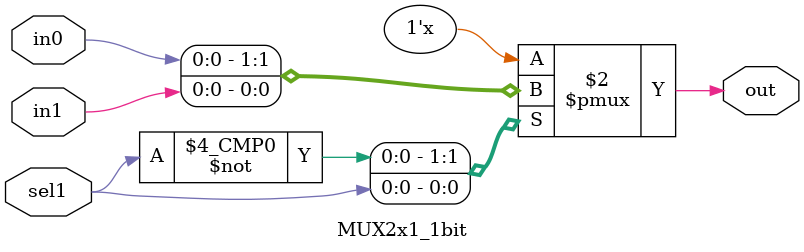
<source format=sv>
`timescale 1ns / 1ps
`include "Header.svh"

module MUX2x1_1bit(  input logic sel1,in0,in1,
                output logic  out
                );
    
    always @(sel1 or in0 or in1) begin
        case(sel1)
            1'b0: begin out= in0 ; end
            1'b1: begin out= in1 ; end
        endcase
    end
endmodule


</source>
